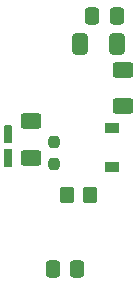
<source format=gbp>
G04 #@! TF.GenerationSoftware,KiCad,Pcbnew,(6.0.1)*
G04 #@! TF.CreationDate,2022-06-09T11:36:19-07:00*
G04 #@! TF.ProjectId,PS_controller_rev1_2,50535f63-6f6e-4747-926f-6c6c65725f72,rev?*
G04 #@! TF.SameCoordinates,Original*
G04 #@! TF.FileFunction,Paste,Bot*
G04 #@! TF.FilePolarity,Positive*
%FSLAX46Y46*%
G04 Gerber Fmt 4.6, Leading zero omitted, Abs format (unit mm)*
G04 Created by KiCad (PCBNEW (6.0.1)) date 2022-06-09 11:36:19*
%MOMM*%
%LPD*%
G01*
G04 APERTURE LIST*
G04 Aperture macros list*
%AMRoundRect*
0 Rectangle with rounded corners*
0 $1 Rounding radius*
0 $2 $3 $4 $5 $6 $7 $8 $9 X,Y pos of 4 corners*
0 Add a 4 corners polygon primitive as box body*
4,1,4,$2,$3,$4,$5,$6,$7,$8,$9,$2,$3,0*
0 Add four circle primitives for the rounded corners*
1,1,$1+$1,$2,$3*
1,1,$1+$1,$4,$5*
1,1,$1+$1,$6,$7*
1,1,$1+$1,$8,$9*
0 Add four rect primitives between the rounded corners*
20,1,$1+$1,$2,$3,$4,$5,0*
20,1,$1+$1,$4,$5,$6,$7,0*
20,1,$1+$1,$6,$7,$8,$9,0*
20,1,$1+$1,$8,$9,$2,$3,0*%
G04 Aperture macros list end*
%ADD10C,0.120000*%
%ADD11R,1.200000X0.900000*%
%ADD12RoundRect,0.187500X0.187500X-0.562500X0.187500X0.562500X-0.187500X0.562500X-0.187500X-0.562500X0*%
%ADD13RoundRect,0.250000X-0.625000X0.400000X-0.625000X-0.400000X0.625000X-0.400000X0.625000X0.400000X0*%
%ADD14RoundRect,0.250000X-0.350000X-0.450000X0.350000X-0.450000X0.350000X0.450000X-0.350000X0.450000X0*%
%ADD15RoundRect,0.250000X0.337500X0.475000X-0.337500X0.475000X-0.337500X-0.475000X0.337500X-0.475000X0*%
%ADD16RoundRect,0.250000X0.412500X0.650000X-0.412500X0.650000X-0.412500X-0.650000X0.412500X-0.650000X0*%
%ADD17RoundRect,0.237500X0.237500X-0.250000X0.237500X0.250000X-0.237500X0.250000X-0.237500X-0.250000X0*%
G04 APERTURE END LIST*
D10*
X145800000Y-92400000D02*
X145200000Y-92400000D01*
X145200000Y-92400000D02*
X145200000Y-91050000D01*
X145200000Y-91050000D02*
X145800000Y-91050000D01*
X145800000Y-91050000D02*
X145800000Y-92400000D01*
G36*
X145800000Y-92400000D02*
G01*
X145200000Y-92400000D01*
X145200000Y-91050000D01*
X145800000Y-91050000D01*
X145800000Y-92400000D01*
G37*
X145800000Y-94400000D02*
X145200000Y-94400000D01*
X145200000Y-94400000D02*
X145200000Y-93007571D01*
X145200000Y-93007571D02*
X145800000Y-93007571D01*
X145800000Y-93007571D02*
X145800000Y-94400000D01*
G36*
X145800000Y-94400000D02*
G01*
X145200000Y-94400000D01*
X145200000Y-93007571D01*
X145800000Y-93007571D01*
X145800000Y-94400000D01*
G37*
D11*
X154300000Y-94450000D03*
X154300000Y-91150000D03*
D12*
X145500000Y-93700000D03*
X145500000Y-91700000D03*
D13*
X147500000Y-90600000D03*
X147500000Y-93700000D03*
D14*
X150500000Y-96900000D03*
X152500000Y-96900000D03*
D15*
X154738000Y-81670000D03*
X152663000Y-81670000D03*
D13*
X155300000Y-86250000D03*
X155300000Y-89350000D03*
D16*
X154763000Y-84050000D03*
X151638000Y-84050000D03*
D15*
X151375000Y-103100000D03*
X149300000Y-103100000D03*
D17*
X149400000Y-94212500D03*
X149400000Y-92387500D03*
M02*

</source>
